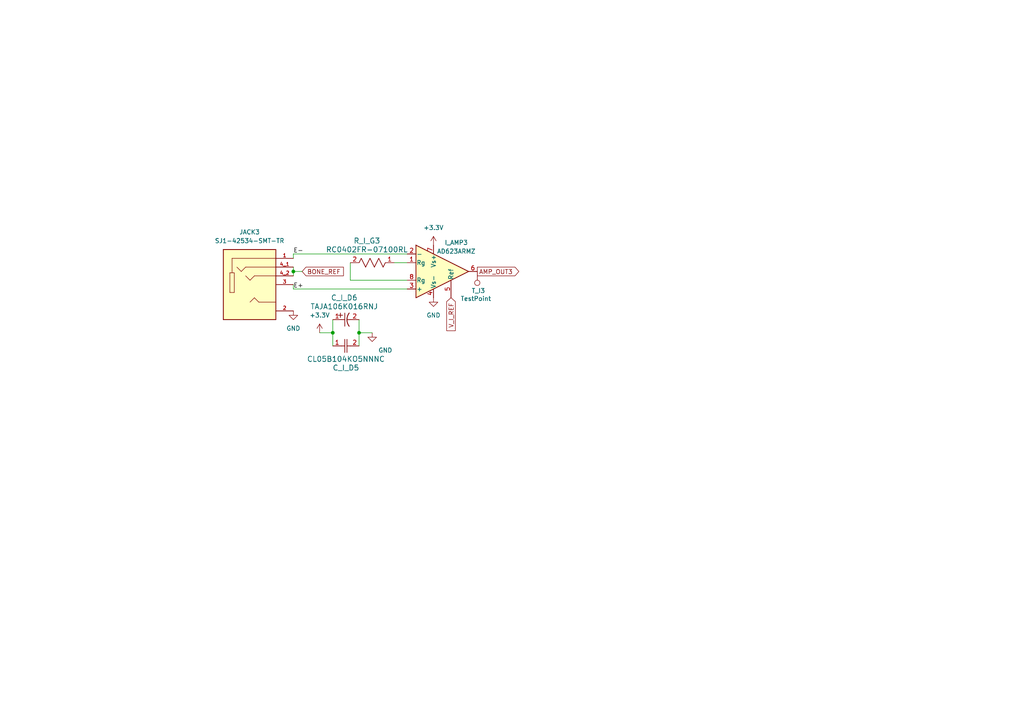
<source format=kicad_sch>
(kicad_sch (version 20231120) (generator "eeschema") (generator_version "8.0")
  (paper "A4")
  (title_block (title "Amplification Phase") (date "2024-10-21") (rev "2") (company "FlexGlO"))
  (lib_symbols
    (symbol "Amplifier_Instrumentation:AD623ARMZ" (pin_names (offset 0.127))
      (property "Reference" "I_AMP3" (at 6.604 8.382 0))
      (property "Value" "AD623ARMZ" (at 6.604 5.842 0))
      (symbol "AD623ARMZ_0_1"
        (polyline (pts (xy -5.08 7.62) (xy -5.08 -7.62) (xy 10.16 0) (xy -5.08 7.62)) (stroke (width 0.254)) (fill (type background)))
      )
      (symbol "AD623ARMZ_1_1"
        (pin passive line (at -7.62 2.54 0) (length 2.54) (name "Rg") (number "1"))
        (pin input line (at -7.62 5.08 0) (length 2.54) (name "-") (number "2"))
        (pin input line (at -7.62 -5.08 0) (length 2.54) (name "+") (number "3"))
        (pin unspecified line (at 0 -7.62 90) (length 2.54) (name "Vs-") (number "4"))
        (pin passive line (at 5.08 -7.62 90) (length 5.08) (name "Ref") (number "5"))
        (pin output line (at 12.7 0 180) (length 2.54) (name "~") (number "6"))
        (pin unspecified line (at 0 7.62 270) (length 2.54) (name "Vs+") (number "7"))
        (pin passive line (at -7.62 -2.54 0) (length 2.54) (name "Rg") (number "8"))
      )
    )
    (symbol "CL05B104KO5NNNC:CL05B104KO5NNNC" (pin_names (offset 0.254))
      (property "Reference" "C" (at 3.81 3.81 0))
      (property "Value" "CL05B104KO5NNNC" (at 3.81 -3.81 0))
      (symbol "CL05B104KO5NNNC_1_1"
        (polyline (pts (xy 2.54 0) (xy 3.4798 0)) (stroke (width 0.2032)))
        (polyline (pts (xy 3.4798 -1.905) (xy 3.4798 1.905)) (stroke (width 0.2032)))
        (polyline (pts (xy 4.1148 -1.905) (xy 4.1148 1.905)) (stroke (width 0.2032)))
        (polyline (pts (xy 4.1148 0) (xy 5.08 0)) (stroke (width 0.2032)))
        (pin unspecified line (at 0 0 0) (length 2.54) (name "") (number "1"))
        (pin unspecified line (at 7.62 0 180) (length 2.54) (name "") (number "2"))
      )
      (symbol "CL05B104KO5NNNC_1_2"
        (polyline (pts (xy -1.905 -4.1148) (xy 1.905 -4.1148)) (stroke (width 0.2032)))
        (polyline (pts (xy -1.905 -3.4798) (xy 1.905 -3.4798)) (stroke (width 0.2032)))
        (polyline (pts (xy 0 -4.1148) (xy 0 -5.08)) (stroke (width 0.2032)))
        (polyline (pts (xy 0 -2.54) (xy 0 -3.4798)) (stroke (width 0.2032)))
        (pin unspecified line (at 0 0 270) (length 2.54) (name "") (number "1"))
        (pin unspecified line (at 0 -7.62 90) (length 2.54) (name "") (number "2"))
      )
    )
    (symbol "Connector:TestPoint" (pin_numbers hide) (pin_names (offset 0.762) hide)
      (property "Reference" "TP" (at 0 6.858 0))
      (property "Value" "TestPoint" (at 0 5.08 0))
      (symbol "TestPoint_0_1"
        (circle (center 0 3.302) (radius 0.762))
      )
      (symbol "TestPoint_1_1"
        (pin passive line (at 0 0 90) (length 2.54) (name "1") (number "1"))
      )
    )
    (symbol "RC0402FR-07150RL:RC0402FR-07150RL" (pin_names (offset 0.254))
      (property "Reference" "R" (at 5.715 3.81 0))
      (property "Value" "RC0402FR-07150RL" (at 6.35 -3.81 0))
      (symbol "RC0402FR-07150RL_1_1"
        (polyline (pts (xy 2.54 0) (xy 3.175 1.27)) (stroke (width 0.2032)))
        (polyline (pts (xy 3.175 1.27) (xy 4.445 -1.27)) (stroke (width 0.2032)))
        (polyline (pts (xy 4.445 -1.27) (xy 5.715 1.27)) (stroke (width 0.2032)))
        (polyline (pts (xy 5.715 1.27) (xy 6.985 -1.27)) (stroke (width 0.2032)))
        (polyline (pts (xy 6.985 -1.27) (xy 8.255 1.27)) (stroke (width 0.2032)))
        (polyline (pts (xy 8.255 1.27) (xy 9.525 -1.27)) (stroke (width 0.2032)))
        (polyline (pts (xy 9.525 -1.27) (xy 10.16 0)) (stroke (width 0.2032)))
        (pin unspecified line (at 12.7 0 180) (length 2.54) (name "") (number "1"))
        (pin unspecified line (at 0 0 0) (length 2.54) (name "") (number "2"))
      )
      (symbol "RC0402FR-07150RL_1_2"
        (polyline (pts (xy -1.27 3.175) (xy 1.27 4.445)) (stroke (width 0.2032)))
        (polyline (pts (xy -1.27 5.715) (xy 1.27 6.985)) (stroke (width 0.2032)))
        (polyline (pts (xy -1.27 8.255) (xy 1.27 9.525)) (stroke (width 0.2032)))
        (polyline (pts (xy 0 2.54) (xy -1.27 3.175)) (stroke (width 0.2032)))
        (polyline (pts (xy 1.27 4.445) (xy -1.27 5.715)) (stroke (width 0.2032)))
        (polyline (pts (xy 1.27 6.985) (xy -1.27 8.255)) (stroke (width 0.2032)))
        (polyline (pts (xy 1.27 9.525) (xy 0 10.16)) (stroke (width 0.2032)))
        (pin unspecified line (at 0 12.7 270) (length 2.54) (name "") (number "1"))
        (pin unspecified line (at 0 0 90) (length 2.54) (name "") (number "2"))
      )
    )
    (symbol "SJ1-42534-SMT-TR:SJ1-42534-SMT-TR" (pin_names (offset 1.016))
      (property "Reference" "J" (at -7.62 8.382 0))
      (property "Value" "SJ1-42534-SMT-TR" (at -7.62 -15.24 0))
      (symbol "SJ1-42534-SMT-TR_0_0"
        (rectangle (start -7.62 -12.7) (end 7.62 7.62) (stroke (width 0.254)) (fill (type background)))
        (polyline (pts (xy -5.715 -4.826) (xy -5.715 0.889)) (stroke (width 0.1524)))
        (polyline (pts (xy -5.715 0.889) (xy -5.08 0.889)) (stroke (width 0.1524)))
        (polyline (pts (xy -5.08 0.889) (xy -4.445 0.889)) (stroke (width 0.1524)))
        (polyline (pts (xy -5.08 5.08) (xy -5.08 0.889)) (stroke (width 0.1524)))
        (polyline (pts (xy -4.445 -4.826) (xy -5.715 -4.826)) (stroke (width 0.1524)))
        (polyline (pts (xy -4.445 0.889) (xy -4.445 -4.826)) (stroke (width 0.1524)))
        (polyline (pts (xy -2.413 1.27) (xy -3.683 2.54)) (stroke (width 0.1524)))
        (polyline (pts (xy -1.143 2.54) (xy -2.413 1.27)) (stroke (width 0.1524)))
        (polyline (pts (xy 0.127 -1.27) (xy -1.143 0)) (stroke (width 0.1524)))
        (polyline (pts (xy 1.397 -6.35) (xy 0.127 -7.62)) (stroke (width 0.1524)))
        (polyline (pts (xy 1.397 0) (xy 0.127 -1.27)) (stroke (width 0.1524)))
        (polyline (pts (xy 2.667 -7.62) (xy 1.397 -6.35)) (stroke (width 0.1524)))
        (polyline (pts (xy 7.62 -7.62) (xy 2.667 -7.62)) (stroke (width 0.1524)))
        (polyline (pts (xy 7.62 0) (xy 1.397 0)) (stroke (width 0.1524)))
        (polyline (pts (xy 7.62 2.54) (xy -1.143 2.54)) (stroke (width 0.1524)))
        (polyline (pts (xy 7.62 5.08) (xy -5.08 5.08)) (stroke (width 0.1524)))
        (pin passive line (at 12.7 5.08 180) (length 5.08) (name "~") (number "1"))
        (pin passive line (at 12.7 -10.16 180) (length 5.08) (name "~") (number "2"))
        (pin passive line (at 12.7 -2.54 180) (length 5.08) (name "~") (number "3"))
        (pin passive line (at 12.7 2.54 180) (length 5.08) (name "~") (number "4_1"))
        (pin passive line (at 12.7 0 180) (length 5.08) (name "~") (number "4_2"))
      )
    )
    (symbol "T491A106K010AT:T491A106K010AT" (pin_names (offset 0.254))
      (property "Reference" "C" (at 3.81 3.81 0))
      (property "Value" "T491A106K010AT" (at 3.81 -3.81 0))
      (symbol "T491A106K010AT_1_1"
        (polyline (pts (xy 1.5748 1.27) (xy 2.8448 1.27)) (stroke (width 0.2032)))
        (polyline (pts (xy 2.2098 0.635) (xy 2.2098 1.905)) (stroke (width 0.2032)))
        (polyline (pts (xy 2.54 0) (xy 3.4798 0)) (stroke (width 0.2032)))
        (polyline (pts (xy 3.4798 -1.905) (xy 3.4798 1.905)) (stroke (width 0.2032)))
        (polyline (pts (xy 4.1148 0) (xy 5.08 0)) (stroke (width 0.2032)))
        (arc (start 4.7541 1.9108) (mid 4.1148 0) (end 4.7541 -1.9108) (stroke (width 0.254)))
        (pin unspecified line (at 0 0 0) (length 2.54) (name "") (number "1"))
        (pin unspecified line (at 7.62 0 180) (length 2.54) (name "") (number "2"))
      )
      (symbol "T491A106K010AT_1_2"
        (polyline (pts (xy -1.905 -3.4798) (xy 1.905 -3.4798)) (stroke (width 0.2032)))
        (polyline (pts (xy 0 -4.1148) (xy 0 -5.08)) (stroke (width 0.2032)))
        (polyline (pts (xy 0 -2.54) (xy 0 -3.4798)) (stroke (width 0.2032)))
        (polyline (pts (xy 0.635 -2.2098) (xy 1.905 -2.2098)) (stroke (width 0.2032)))
        (polyline (pts (xy 1.27 -1.5748) (xy 1.27 -2.8448)) (stroke (width 0.2032)))
        (arc (start 1.9108 -4.7541) (mid 0 -4.1148) (end -1.9108 -4.7541) (stroke (width 0.254)))
        (pin unspecified line (at 0 0 270) (length 2.54) (name "") (number "1"))
        (pin unspecified line (at 0 -7.62 90) (length 2.54) (name "") (number "2"))
      )
    )
    (symbol "power:+3.3V" (power) (pin_names (offset 0))
      (property "Value" "+3.3V" (at 0 3.556 0))
      (symbol "+3.3V_0_1"
        (polyline (pts (xy -0.762 1.27) (xy 0 2.54)))
        (polyline (pts (xy 0 0) (xy 0 2.54)))
        (polyline (pts (xy 0 2.54) (xy 0.762 1.27)))
      )
      (symbol "+3.3V_1_1"
        (pin power_in line (at 0 0 90) (length 0) hide (name "+3.3V") (number "1"))
      )
    )
    (symbol "power:GND" (power) (pin_names (offset 0))
      (property "Value" "GND" (at 0 -3.81 0))
      (symbol "GND_0_1"
        (polyline (pts (xy 0 0) (xy 0 -1.27) (xy 1.27 -1.27) (xy 0 -2.54) (xy -1.27 -1.27) (xy 0 -1.27)))
      )
      (symbol "GND_1_1"
        (pin power_in line (at 0 0 270) (length 0) hide (name "GND") (number "1"))
      )
    )
  )
  (junction (at 104.14 96.52))
  (junction (at 85.09 78.74))
  (junction (at 96.52 96.52))
  (wire (pts (xy 114.3 76.2) (xy 118.11 76.2)))
  (wire (pts (xy 96.52 92.71) (xy 96.52 96.52)))
  (wire (pts (xy 85.09 83.82) (xy 118.11 83.82)))
  (wire (pts (xy 85.09 73.66) (xy 118.11 73.66)))
  (wire (pts (xy 101.6 76.2) (xy 101.6 81.28)))
  (wire (pts (xy 85.09 73.66) (xy 85.09 74.93)))
  (wire (pts (xy 104.14 96.52) (xy 104.14 100.33)))
  (wire (pts (xy 92.71 96.52) (xy 96.52 96.52)))
  (wire (pts (xy 85.09 77.47) (xy 85.09 78.74)))
  (wire (pts (xy 85.09 78.74) (xy 85.09 80.01)))
  (wire (pts (xy 85.09 83.82) (xy 85.09 82.55)))
  (wire (pts (xy 96.52 96.52) (xy 96.52 100.33)))
  (wire (pts (xy 104.14 96.52) (xy 107.95 96.52)))
  (wire (pts (xy 104.14 92.71) (xy 104.14 96.52)))
  (wire (pts (xy 101.6 81.28) (xy 118.11 81.28)))
  (wire (pts (xy 85.09 78.74) (xy 87.63 78.74)))
  (label "E-" (at 85.09 73.66 0))
  (label "E+" (at 85.09 83.82 0))
  (global_label "BONE_REF" (shape input) (at 87.63 78.74 0) (property "Intersheetrefs" "${INTERSHEET_REFS}" (effects (hide yes))))
  (global_label "AMP_OUT3" (shape output) (at 138.43 78.74 0) (property "Intersheetrefs" "${INTERSHEET_REFS}" (effects (hide yes))))
  (global_label "V_I_REF" (shape input) (at 130.81 86.36 270) (property "Intersheetrefs" "${INTERSHEET_REFS}" (effects (hide yes))))
  (symbol (lib_id "power:+3.3V") (at 92.71 96.52 0) (unit 1)
    (property "Reference" "#PWR09" (effects (hide yes)))
    (property "Value" "+3.3V" (at 92.71 91.44 0))
  )
  (symbol (lib_id "Amplifier_Instrumentation:AD623ARMZ") (at 125.73 78.74 0) (unit 1)
    (property "Reference" "I_AMP3" (at 132.334 70.358 0))
    (property "Value" "AD623ARMZ" (at 132.334 72.898 0))
    (property "Footprint" "Footprints:RM_8_ADI-M" (effects (hide yes)))
    (property "Datasheet" "https://www.analog.com/media/en/technical-documentation/data-sheets/AD623.pdf" (effects (hide yes)))
    (property "Description" "Single Supply, Rail to Rail, Instumentation Amplifier, RoHS, MSOP-8" (effects (hide yes)))
  )
  (symbol (lib_id "CL05B104KO5NNNC:CL05B104KO5NNNC") (at 96.52 100.33 0) (mirror x) (unit 1)
    (property "Reference" "C_I_D5" (at 100.33 106.68 0) (effects (font (size 1.524 1.524))))
    (property "Value" "CL05B104KO5NNNC" (at 100.33 104.14 0) (effects (font (size 1.524 1.524))))
    (property "Footprint" "Capacitor_SMD:C_0402_1005Metric" (effects (hide yes)))
    (property "Datasheet" "CL05B104KO5NNNC" (effects (hide yes)))
  )
  (symbol (lib_id "RC0402FR-07150RL:RC0402FR-07150RL") (at 101.6 76.2 0) (unit 1)
    (property "Reference" "R_I_G3" (at 106.426 69.85 0) (effects (font (size 1.524 1.524))))
    (property "Value" "RC0402FR-07100RL" (at 106.426 72.39 0) (effects (font (size 1.524 1.524))))
    (property "Footprint" "Resistor_SMD:R_0402_1005Metric" (effects (hide yes)))
    (property "Datasheet" "0402WGF1500TCE" (effects (hide yes)))
  )
  (symbol (lib_id "power:+3.3V") (at 125.73 71.12 0) (unit 1)
    (property "Reference" "#PWR011" (effects (hide yes)))
    (property "Value" "+3.3V" (at 125.73 66.04 0))
  )
  (symbol (lib_id "power:GND") (at 107.95 96.52 0) (unit 1)
    (property "Reference" "#PWR010" (effects (hide yes)))
    (property "Value" "GND" (at 111.76 101.6 0))
  )
  (symbol (lib_id "T491A106K010AT:T491A106K010AT") (at 96.52 92.71 0) (unit 1)
    (property "Reference" "C_I_D6" (at 99.8474 86.36 0) (effects (font (size 1.524 1.524))))
    (property "Value" "TAJA106K016RNJ" (at 99.8474 88.9 0) (effects (font (size 1.524 1.524))))
    (property "Footprint" "Capacitor_SMD:C_1206_3216Metric" (effects (hide yes)))
    (property "Datasheet" "TAJA106K016RNJ" (effects (hide yes)))
  )
  (symbol (lib_id "Connector:TestPoint") (at 138.43 78.74 0) (mirror x) (unit 1)
    (property "Reference" "T_I3" (at 140.716 84.328 0) (effects (justify right)))
    (property "Value" "TestPoint" (at 142.494 86.614 0) (effects (justify right)))
    (property "Footprint" "TestPoint:TestPoint_Pad_1.0x1.0mm" (effects (hide yes)))
  )
  (symbol (lib_id "SJ1-42534-SMT-TR:SJ1-42534-SMT-TR") (at 72.39 80.01 0) (unit 1)
    (property "Reference" "JACK3" (at 72.39 67.31 0))
    (property "Value" "SJ1-42534-SMT-TR" (at 72.39 69.85 0))
    (property "Footprint" "Footprints:CUI_SJ1-42534-SMT-TR" (effects (hide yes)))
    (property "STANDARD" "Manufacturer Recommendations" (effects (hide yes)))
    (property "PART_REV" "1.06" (effects (hide yes)))
    (property "MAXIMUM_PACKAGE_HEIGHT" "4.7 mm" (effects (hide yes)))
    (property "MANUFACTURER" "CUI Devices" (effects (hide yes)))
  )
  (symbol (lib_id "power:GND") (at 125.73 86.36 0) (unit 1)
    (property "Reference" "#PWR012" (effects (hide yes)))
    (property "Value" "GND" (at 125.73 91.44 0))
  )
  (symbol (lib_id "power:GND") (at 85.09 90.17 0) (unit 1)
    (property "Reference" "#PWR08" (effects (hide yes)))
    (property "Value" "GND" (at 85.09 95.25 0))
  )
)
</source>
